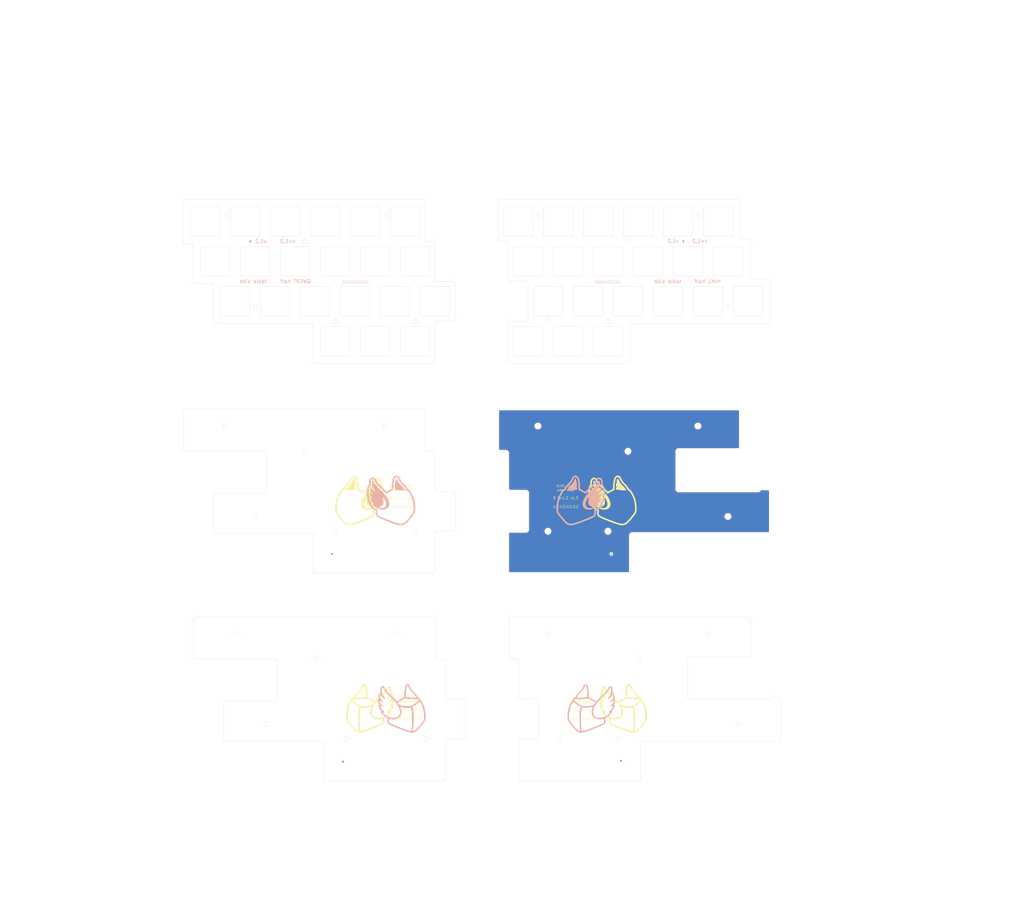
<source format=kicad_pcb>
(kicad_pcb (version 20171130) (host pcbnew "(5.1.4)-1")
  (layers (0 F.Cu signal) (31 B.Cu signal) (34 B.Paste user) (35 F.Paste user) (36 B.SilkS user) (37 F.SilkS user) (38 B.Mask user) (39 F.Mask user) (44 Edge.Cuts user))
  (net 0 "")
  (module keebee:logo_mercury_white_pcb (layer B.Cu) (at 104.12 242.56 180)
    (fp_text reference G*** hide)
    (fp_text value LOGO hide)
  )
  (module keebee:logo_mercury_white_pcb_2 (layer F.Cu) (at 194.53 242.56)
    (fp_text reference G*** hide)
    (fp_text value LOGO hide)
  )
  (module keebee:logo_mercury_white_pcb (layer F.Cu) (at 89.12 242.56)
    (fp_text reference G*** hide)
    (fp_text value LOGO hide)
  )
  (module keebee:logo_mercury (layer B.Cu) (at 99.04 143.5 180)
    (fp_text reference G*** hide)
    (fp_text value LOGO hide)
  )
  (module keebee:logo_mercury_white_pcb (layer B.Cu) (at 104.12 242.56 180)
    (fp_text reference G*** hide)
    (fp_text value LOGO hide)
  )
  (module keebee:logo_mercury (layer F.Cu) (at 84.04 143.5)
    (fp_text reference G*** hide)
    (fp_text value LOGO hide)
  )
  (module keebee:logo_mercury_white_pcb_2 (layer B.Cu) (at 209.53 242.56 180)
    (fp_text reference G*** hide)
    (fp_text value LOGO hide)
  )
  (module keebee:logo_mercury_2 (layer B.Cu) (at 204.45 143.5 180)
    (fp_text reference G*** hide)
    (fp_text value LOGO hide)
  )
  (module keebee:logo_mercury_2 (layer F.Cu) (at 189.45 143.5)
    (fp_text reference G*** hide)
    (fp_text value LOGO hide)
  )
  (gr_text JLCJLCJLCJLC (at 81.9625 39.325) (layer B.SilkS) (effects (font (size 1.2 1.2)) (justify mirror)))
  (gr_text JLCJLCJLCJLC (at 202.3875 39.325) (layer B.SilkS) (effects (font (size 1.2 1.2)) (justify mirror)))
  (gr_text JLCJLCJLCJLC (at 182.2625 146.425) (layer F.SilkS) (effects (font (size 1.2 1.2))))
  (gr_text JLCJLCJLCJLC (at 104.5375 146.425) (layer F.SilkS) (effects (font (size 1.2 1.2))))
  (gr_arc (start 37.5085 42.263843) (end 37.788819 41.622422) (angle -137.2133097) (layer Edge.Cuts) (width 0.1))
  (gr_arc (start 40.700657 35.931) (end 40.420338 36.572421) (angle -137.2133097) (layer Edge.Cuts) (width 0.1))
  (gr_text "QWERT half\nuser side\n\nD t=1.2 v1.2" (at 104.5375 139.425) (layer F.SilkS) (effects (font (size 1.2 1.2))))
  (gr_text "t=1.2     v1.2" (at 240.1865 19.9615) (layer B.SilkS) (effects (font (size 1.7 1.7) (thickness 0.25)) (justify mirror)))
  (gr_text "QWERT half\nuser side\n\nL t=1.2 v1.2" (at 107.6375 240.225) (layer F.SilkS) (effects (font (size 1.2 1.2))))
  (gr_text "HJKL half\nuser side\n\nL t=1.2 v1.2" (at 189.8625 240.525) (layer F.SilkS) (effects (font (size 1.2 1.2))))
  (gr_text "t=1.2     v1.2" (at 43.8625 20.025) (layer B.SilkS) (effects (font (size 1.7 1.7) (thickness 0.25)) (justify mirror)))
  (gr_text "QWERT half     table side" (at 43.8625 39.075) (layer B.SilkS) (effects (font (size 1.7 1.7) (thickness 0.25)) (justify mirror)))
  (gr_text JLCJLCJLCJLC (at 189.8625 247.525) (layer F.SilkS) (effects (font (size 1.2 1.2))))
  (gr_text "HJKL half     table side" (at 240.25 39.075) (layer B.SilkS) (effects (font (size 1.7 1.7) (thickness 0.25)) (justify mirror)))
  (gr_text JLCJLCJLCJLC (at 107.6375 247.225) (layer F.SilkS) (effects (font (size 1.2 1.2))))
  (gr_line (start 27.342078 23.494162) (end 27.342078 35.650681) (layer Edge.Cuts) (width 0.1))
  (gr_line (start 49.945338 41.622422) (end 37.788819 41.622422) (layer Edge.Cuts) (width 0.1))
  (gr_line (start 116.254579 20.197421) (end 119.017079 20.197422) (layer Edge.Cuts) (width 0.1))
  (gr_line (start 4.767079 39.097422) (end 4.76708 22.047422) (layer Edge.Cuts) (width 0.1))
  (gr_line (start 17.817078 42.544162) (end 17.817079 54.700681) (layer Edge.Cuts) (width 0.1))
  (gr_arc (start 3.76708 22.047422) (end 4.76708 22.047422) (angle -90) (layer Edge.Cuts) (width 0.1))
  (gr_line (start 120.017079 21.197422) (end 120.017079 38.247422) (layer Edge.Cuts) (width 0.1))
  (gr_line (start 115.254579 0.997422) (end 115.254579 19.197422) (layer Edge.Cuts) (width 0.1))
  (gr_line (start 61.917079 77.197422) (end 61.917079 60.147422) (layer Edge.Cuts) (width 0.1))
  (gr_line (start 13.292079 40.097422) (end 5.767079 40.097422) (layer Edge.Cuts) (width 0.1))
  (gr_line (start 23.501319 17.522422) (end 35.657838 17.522422) (layer Edge.Cuts) (width 0.1))
  (gr_arc (start 37.5085 54.981) (end 36.867079 54.700681) (angle -137.2133097) (layer Edge.Cuts) (width 0.1))
  (gr_arc (start 1.004579 0.997422) (end 1.004579 -0.002578) (angle -90) (layer Edge.Cuts) (width 0.1))
  (gr_arc (start 1.00458 20.047421) (end 0.004579 20.047422) (angle -90) (layer Edge.Cuts) (width 0.1))
  (gr_arc (start 15.292079 58.147422) (end 14.292078 58.147422) (angle -90) (layer Edge.Cuts) (width 0.1))
  (gr_line (start 40.420338 22.572421) (end 28.263819 22.572421) (layer Edge.Cuts) (width 0.1))
  (gr_arc (start 114.254579 0.997423) (end 115.254579 0.997422) (angle -90) (layer Edge.Cuts) (width 0.1))
  (gr_line (start 3.76708 21.047422) (end 1.00458 21.047422) (layer Edge.Cuts) (width 0.1))
  (gr_line (start 1.004579 -0.002578) (end 114.254579 -0.002577) (layer Edge.Cuts) (width 0.1))
  (gr_arc (start 5.76708 39.097422) (end 4.767079 39.097422) (angle -90) (layer Edge.Cuts) (width 0.1))
  (gr_line (start 36.867079 42.544162) (end 36.867079 54.700681) (layer Edge.Cuts) (width 0.1))
  (gr_arc (start 160.815999 276.288499) (end 159.815999 276.288499) (angle -90) (layer Edge.Cuts) (width 0.1))
  (gr_line (start 35.657838 3.522422) (end 23.501319 3.522422) (layer Edge.Cuts) (width 0.1))
  (gr_line (start 214.43174 23.491741) (end 214.43174 35.64826) (layer Edge.Cuts) (width 0.1))
  (gr_arc (start 151.044241 0.995001) (end 151.044241 -0.004999) (angle -90) (layer Edge.Cuts) (width 0.1))
  (gr_circle (center 202.381741 58.145001) (end 201.281741 58.145001) (layer Edge.Cuts) (width 0.1))
  (gr_line (start 223.669241 16.59826) (end 223.669241 4.441742) (layer Edge.Cuts) (width 0.1))
  (gr_arc (start 253.173162 35.928579) (end 252.53174 35.64826) (angle -137.2133097) (layer Edge.Cuts) (width 0.1))
  (gr_line (start 237.956741 54.69826) (end 237.956741 42.541741) (layer Edge.Cuts) (width 0.1))
  (gr_line (start 237.035 41.620001) (end 224.878481 41.620001) (layer Edge.Cuts) (width 0.1))
  (gr_line (start 248.690981 17.520001) (end 260.8475 17.520001) (layer Edge.Cuts) (width 0.1))
  (gr_line (start 253.453481 36.57) (end 265.61 36.57) (layer Edge.Cuts) (width 0.1))
  (gr_line (start 247.769241 4.441742) (end 247.769241 16.59826) (layer Edge.Cuts) (width 0.1))
  (gr_arc (start 213.906741 60.145001) (end 213.906741 59.145001) (angle -90) (layer Edge.Cuts) (width 0.1))
  (gr_arc (start 253.173162 23.211422) (end 253.453481 22.57) (angle -137.2133097) (layer Edge.Cuts) (width 0.1))
  (gr_line (start 215.353481 36.57) (end 227.51 36.57) (layer Edge.Cuts) (width 0.1))
  (gr_arc (start 155.806741 59.295) (end 155.806741 58.295001) (angle -90) (layer Edge.Cuts) (width 0.1))
  (gr_line (start 265.294241 0.995001) (end 265.294241 18.045001) (layer Edge.Cuts) (width 0.1))
  (gr_line (start 211.906741 78.195001) (end 155.80674 78.195001) (layer Edge.Cuts) (width 0.1))
  (gr_arc (start 227.790319 23.211422) (end 228.43174 23.491741) (angle -137.2133097) (layer Edge.Cuts) (width 0.1))
  (gr_arc (start 223.027819 4.161423) (end 223.669241 4.441742) (angle -137.2133097) (layer Edge.Cuts) (width 0.1))
  (gr_line (start 262.978481 55.620001) (end 275.135 55.620001) (layer Edge.Cuts) (width 0.1))
  (gr_arc (start 262.698162 42.261422) (end 262.978481 41.620001) (angle -137.2133097) (layer Edge.Cuts) (width 0.1))
  (gr_arc (start 265.890319 23.211422) (end 266.53174 23.491741) (angle -137.2133097) (layer Edge.Cuts) (width 0.1))
  (gr_line (start 164.331741 57.295001) (end 164.331741 39.945001) (layer Edge.Cuts) (width 0.1))
  (gr_line (start 209.669241 4.441742) (end 209.669241 16.59826) (layer Edge.Cuts) (width 0.1))
  (gr_arc (start 278.581741 58.145001) (end 278.581741 59.145001) (angle -90) (layer Edge.Cuts) (width 0.1))
  (gr_line (start 154.80674 77.195001) (end 154.806741 59.295001) (layer Edge.Cuts) (width 0.1))
  (gr_line (start 266.294241 19.045001) (end 269.056741 19.045001) (layer Edge.Cuts) (width 0.1))
  (gr_circle (center 173.806741 58.145001) (end 172.706741 58.145001) (layer Edge.Cuts) (width 0.1))
  (gr_arc (start 275.415319 54.978579) (end 275.135 55.620001) (angle -137.2133097) (layer Edge.Cuts) (width 0.1))
  (gr_arc (start 155.80674 77.195001) (end 154.80674 77.195001) (angle -90) (layer Edge.Cuts) (width 0.1))
  (gr_line (start 227.51 22.57) (end 215.353481 22.57) (layer Edge.Cuts) (width 0.1))
  (gr_arc (start 163.331741 39.945001) (end 164.331741 39.945001) (angle -90) (layer Edge.Cuts) (width 0.1))
  (gr_line (start 222.7475 3.520001) (end 210.590981 3.520001) (layer Edge.Cuts) (width 0.1))
  (gr_line (start 275.135 41.620001) (end 262.978481 41.620001) (layer Edge.Cuts) (width 0.1))
  (gr_line (start 153.806741 19.895001) (end 151.044241 19.895) (layer Edge.Cuts) (width 0.1))
  (gr_arc (start 246.840319 23.211422) (end 247.48174 23.491741) (angle -137.2133097) (layer Edge.Cuts) (width 0.1))
  (gr_arc (start 271.056741 37.095001) (end 270.056741 37.095001) (angle -90) (layer Edge.Cuts) (width 0.1))
  (gr_line (start 271.056741 38.095001) (end 278.581741 38.095001) (layer Edge.Cuts) (width 0.1))
  (gr_line (start 205.828481 55.620001) (end 217.985 55.620001) (layer Edge.Cuts) (width 0.1))
  (gr_arc (start 237.315319 54.978579) (end 237.035 55.620001) (angle -137.2133097) (layer Edge.Cuts) (width 0.1))
  (gr_line (start 270.056741 20.045001) (end 270.056741 37.095001) (layer Edge.Cuts) (width 0.1))
  (gr_line (start 243.006741 42.541741) (end 243.006741 54.69826) (layer Edge.Cuts) (width 0.1))
  (gr_line (start 150.044241 18.895001) (end 150.044241 0.995001) (layer Edge.Cuts) (width 0.1))
  (gr_arc (start 155.806741 37.945) (end 154.806741 37.945001) (angle -90) (layer Edge.Cuts) (width 0.1))
  (gr_arc (start 275.415319 42.261422) (end 276.056741 42.541741) (angle -137.2133097) (layer Edge.Cuts) (width 0.1))
  (gr_line (start 163.331741 38.945001) (end 155.806741 38.945) (layer Edge.Cuts) (width 0.1))
  (gr_arc (start 227.790319 35.928579) (end 227.51 36.57) (angle -137.2133097) (layer Edge.Cuts) (width 0.1))
  (gr_line (start 265.61 22.57) (end 253.453481 22.57) (layer Edge.Cuts) (width 0.1))
  (gr_arc (start 265.890319 35.928579) (end 265.61 36.57) (angle -137.2133097) (layer Edge.Cuts) (width 0.1))
  (gr_arc (start 261.127819 4.161423) (end 261.769241 4.441742) (angle -137.2133097) (layer Edge.Cuts) (width 0.1))
  (gr_arc (start 218.265319 42.261422) (end 218.906741 42.541741) (angle -137.2133097) (layer Edge.Cuts) (width 0.1))
  (gr_arc (start 237.315319 42.261422) (end 237.956741 42.541741) (angle -137.2133097) (layer Edge.Cuts) (width 0.1))
  (gr_line (start 252.53174 23.491741) (end 252.53174 35.64826) (layer Edge.Cuts) (width 0.1))
  (gr_line (start 151.044241 -0.004999) (end 264.294241 -0.004998) (layer Edge.Cuts) (width 0.1))
  (gr_arc (start 264.294241 0.995001) (end 265.294241 0.995001) (angle -90) (layer Edge.Cuts) (width 0.1))
  (gr_line (start 212.906741 60.145001) (end 212.906741 77.195001) (layer Edge.Cuts) (width 0.1))
  (gr_arc (start 278.581741 39.095001) (end 279.581741 39.095001) (angle -90) (layer Edge.Cuts) (width 0.1))
  (gr_line (start 247.48174 35.64826) (end 247.48174 23.491741) (layer Edge.Cuts) (width 0.1))
  (gr_arc (start 269.056741 20.045001) (end 270.056741 20.045001) (angle -90) (layer Edge.Cuts) (width 0.1))
  (gr_arc (start 262.698162 54.978579) (end 262.056741 54.69826) (angle -137.2133097) (layer Edge.Cuts) (width 0.1))
  (gr_arc (start 215.073162 35.928579) (end 214.43174 35.64826) (angle -137.2133097) (layer Edge.Cuts) (width 0.1))
  (gr_line (start 276.056741 54.69826) (end 276.056741 42.541741) (layer Edge.Cuts) (width 0.1))
  (gr_arc (start 151.044241 18.895) (end 150.044241 18.895001) (angle -90) (layer Edge.Cuts) (width 0.1))
  (gr_line (start 278.581741 59.145001) (end 213.906741 59.145001) (layer Edge.Cuts) (width 0.1))
  (gr_arc (start 243.648162 54.978579) (end 243.006741 54.69826) (angle -137.2133097) (layer Edge.Cuts) (width 0.1))
  (gr_arc (start 211.906741 77.195001) (end 211.906741 78.195001) (angle -90) (layer Edge.Cuts) (width 0.1))
  (gr_arc (start 153.806741 20.895001) (end 154.806741 20.895001) (angle -90) (layer Edge.Cuts) (width 0.1))
  (gr_arc (start 163.331741 57.295001) (end 163.331741 58.295001) (angle -90) (layer Edge.Cuts) (width 0.1))
  (gr_arc (start 218.265319 54.978579) (end 217.985 55.620001) (angle -137.2133097) (layer Edge.Cuts) (width 0.1))
  (gr_line (start 154.806741 37.945001) (end 154.806741 20.895001) (layer Edge.Cuts) (width 0.1))
  (gr_circle (center 211.906741 20.045001) (end 210.806741 20.045001) (layer Edge.Cuts) (width 0.1))
  (gr_line (start 279.581741 39.095001) (end 279.581741 58.145001) (layer Edge.Cuts) (width 0.1))
  (gr_arc (start 266.294241 18.045) (end 265.294241 18.045001) (angle -90) (layer Edge.Cuts) (width 0.1))
  (gr_circle (center 245.244241 8.020001) (end 244.144241 8.020001) (layer Edge.Cuts) (width 0.1))
  (gr_line (start 155.806741 58.295001) (end 163.331741 58.295001) (layer Edge.Cuts) (width 0.1))
  (gr_circle (center 169.044241 8.020001) (end 167.944241 8.020001) (layer Edge.Cuts) (width 0.1))
  (gr_arc (start 35.938157 4.163844) (end 36.579579 4.444163) (angle -137.2133097) (layer Edge.Cuts) (width 0.1))
  (gr_line (start 41.342078 35.650681) (end 41.342078 23.494162) (layer Edge.Cuts) (width 0.1))
  (gr_arc (start 66.0835 61.313843) (end 66.363819 60.672422) (angle -137.2133097) (layer Edge.Cuts) (width 0.1))
  (gr_arc (start 35.938157 16.881) (end 35.657838 17.522422) (angle -137.2133097) (layer Edge.Cuts) (width 0.1))
  (gr_arc (start 31.175657 54.981) (end 30.895338 55.622422) (angle -137.2133097) (layer Edge.Cuts) (width 0.1))
  (gr_line (start 30.895338 41.622422) (end 18.738819 41.622422) (layer Edge.Cuts) (width 0.1))
  (gr_arc (start 4.171001 16.881) (end 3.529579 16.600681) (angle -137.2133097) (layer Edge.Cuts) (width 0.1))
  (gr_arc (start 40.700657 23.213843) (end 41.342078 23.494162) (angle -137.2133097) (layer Edge.Cuts) (width 0.1))
  (gr_line (start 79.442079 73.750681) (end 79.442079 61.594162) (layer Edge.Cuts) (width 0.1))
  (gr_arc (start 21.650657 35.931) (end 21.370338 36.572422) (angle -137.2133097) (layer Edge.Cuts) (width 0.1))
  (gr_arc (start 97.850657 61.313843) (end 98.492079 61.594162) (angle -137.2133097) (layer Edge.Cuts) (width 0.1))
  (gr_line (start 22.292079 35.650681) (end 22.292079 23.494162) (layer Edge.Cuts) (width 0.1))
  (gr_line (start 28.263819 36.572421) (end 40.420338 36.572421) (layer Edge.Cuts) (width 0.1))
  (gr_arc (start 78.800657 61.313843) (end 79.442079 61.594162) (angle -137.2133097) (layer Edge.Cuts) (width 0.1))
  (gr_arc (start 8.933501 23.213843) (end 9.21382 22.572422) (angle -137.2133097) (layer Edge.Cuts) (width 0.1))
  (gr_line (start 4.45132 17.522422) (end 16.607838 17.522422) (layer Edge.Cuts) (width 0.1))
  (gr_arc (start 50.225657 42.263843) (end 50.867079 42.544162) (angle -137.2133097) (layer Edge.Cuts) (width 0.1))
  (gr_line (start 8.292079 23.494162) (end 8.292079 35.650681) (layer Edge.Cuts) (width 0.1))
  (gr_line (start 36.579579 16.600681) (end 36.579579 4.444163) (layer Edge.Cuts) (width 0.1))
  (gr_line (start 17.529579 16.600681) (end 17.529579 4.444163) (layer Edge.Cuts) (width 0.1))
  (gr_arc (start 18.4585 42.263843) (end 18.738819 41.622422) (angle -137.2133097) (layer Edge.Cuts) (width 0.1))
  (gr_arc (start 97.850657 74.031) (end 97.570338 74.672422) (angle -137.2133097) (layer Edge.Cuts) (width 0.1))
  (gr_arc (start 85.1335 74.031) (end 84.492079 73.750681) (angle -137.2133097) (layer Edge.Cuts) (width 0.1))
  (gr_line (start 78.520338 60.672421) (end 66.363819 60.672422) (layer Edge.Cuts) (width 0.1))
  (gr_line (start 59.470338 22.572421) (end 47.313819 22.572421) (layer Edge.Cuts) (width 0.1))
  (gr_line (start 66.363819 74.672421) (end 78.520338 74.672421) (layer Edge.Cuts) (width 0.1))
  (gr_arc (start 74.038157 4.163844) (end 74.679579 4.444163) (angle -137.2133097) (layer Edge.Cuts) (width 0.1))
  (gr_line (start 47.313819 36.572421) (end 59.470338 36.572421) (layer Edge.Cuts) (width 0.1))
  (gr_line (start 31.817079 54.700681) (end 31.817079 42.544162) (layer Edge.Cuts) (width 0.1))
  (gr_arc (start 8.933501 35.931) (end 8.292079 35.650681) (angle -137.2133097) (layer Edge.Cuts) (width 0.1))
  (gr_line (start 60.392078 35.650681) (end 60.392078 23.494162) (layer Edge.Cuts) (width 0.1))
  (gr_arc (start 69.275657 42.263843) (end 69.917079 42.544162) (angle -137.2133097) (layer Edge.Cuts) (width 0.1))
  (gr_line (start 46.392078 23.494162) (end 46.392078 35.650681) (layer Edge.Cuts) (width 0.1))
  (gr_arc (start 23.221 4.163844) (end 23.501319 3.522422) (angle -137.2133097) (layer Edge.Cuts) (width 0.1))
  (gr_arc (start 27.9835 23.213843) (end 28.263819 22.572421) (angle -137.2133097) (layer Edge.Cuts) (width 0.1))
  (gr_line (start 42.551319 17.522422) (end 54.707838 17.522422) (layer Edge.Cuts) (width 0.1))
  (gr_arc (start 31.175657 42.263843) (end 31.817079 42.544162) (angle -137.2133097) (layer Edge.Cuts) (width 0.1))
  (gr_line (start 18.738819 55.622422) (end 30.895338 55.622422) (layer Edge.Cuts) (width 0.1))
  (gr_arc (start 18.4585 54.981) (end 17.817079 54.700681) (angle -137.2133097) (layer Edge.Cuts) (width 0.1))
  (gr_arc (start 54.988157 16.881) (end 54.707838 17.522422) (angle -137.2133097) (layer Edge.Cuts) (width 0.1))
  (gr_arc (start 54.988157 4.163844) (end 55.629578 4.444163) (angle -137.2133097) (layer Edge.Cuts) (width 0.1))
  (gr_line (start 54.707838 3.522422) (end 42.551319 3.522422) (layer Edge.Cuts) (width 0.1))
  (gr_line (start 85.413819 74.672422) (end 97.570338 74.672422) (layer Edge.Cuts) (width 0.1))
  (gr_arc (start 104.1835 74.031) (end 103.542079 73.750681) (angle -137.2133097) (layer Edge.Cuts) (width 0.1))
  (gr_arc (start 116.900657 74.031) (end 116.620338 74.672422) (angle -137.2133097) (layer Edge.Cuts) (width 0.1))
  (gr_line (start 9.21382 36.572422) (end 21.370338 36.572422) (layer Edge.Cuts) (width 0.1))
  (gr_line (start 66.042501 258.191) (end 20.4175 258.191) (layer Edge.Cuts) (width 0.1))
  (gr_line (start 14.292078 58.147422) (end 14.292079 41.097422) (layer Edge.Cuts) (width 0.1))
  (gr_line (start 0.004579 20.047422) (end 0.004579 0.997422) (layer Edge.Cuts) (width 0.1))
  (gr_arc (start 121.017079 58.997422) (end 121.017079 57.997422) (angle -90) (layer Edge.Cuts) (width 0.1))
  (gr_line (start 119.017078 78.197422) (end 62.917079 78.197422) (layer Edge.Cuts) (width 0.1))
  (gr_line (start 280.56055 237.188499) (end 283.591 237.188499) (layer Edge.Cuts) (width 0.1))
  (gr_arc (start 133.667501 239.291) (end 134.667501 239.291) (angle -90) (layer Edge.Cuts) (width 0.1))
  (gr_line (start 270.3035 200.088499) (end 270.3035 217.138499) (layer Edge.Cuts) (width 0.1))
  (gr_line (start 128.542078 57.997422) (end 121.017079 57.997422) (layer Edge.Cuts) (width 0.1))
  (gr_line (start 129.542079 40.247422) (end 129.542078 56.997422) (layer Edge.Cuts) (width 0.1))
  (gr_line (start 159.815999 276.288499) (end 159.816 258.388499) (layer Edge.Cuts) (width 0.1))
  (gr_arc (start 119.017078 77.197422) (end 119.017078 78.197422) (angle -90) (layer Edge.Cuts) (width 0.1))
  (gr_arc (start 13.292079 41.097422) (end 14.292079 41.097422) (angle -90) (layer Edge.Cuts) (width 0.1))
  (gr_circle (center 207.391 257.238499) (end 206.291 257.238499) (layer Edge.Cuts) (width 0.1))
  (gr_arc (start 280.56055 238.188498) (end 280.56055 237.188499) (angle -60) (layer Edge.Cuts) (width 0.1))
  (gr_line (start 60.917079 59.147422) (end 15.292079 59.147422) (layer Edge.Cuts) (width 0.1))
  (gr_arc (start 216.916 276.288499) (end 216.916 277.288499) (angle -90) (layer Edge.Cuts) (width 0.1))
  (gr_line (start 217.916 259.238499) (end 217.916 276.288499) (layer Edge.Cuts) (width 0.1))
  (gr_line (start 121.017079 39.247422) (end 128.542078 39.247421) (layer Edge.Cuts) (width 0.1))
  (gr_arc (start 128.542078 56.997422) (end 128.542078 57.997422) (angle -90) (layer Edge.Cuts) (width 0.1))
  (gr_arc (start 119.017079 21.197422) (end 120.017079 21.197422) (angle -90) (layer Edge.Cuts) (width 0.1))
  (gr_arc (start 128.542079 40.247422) (end 129.542079 40.247422) (angle -90) (layer Edge.Cuts) (width 0.1))
  (gr_arc (start 121.017079 38.247422) (end 120.017079 38.247422) (angle -90) (layer Edge.Cuts) (width 0.1))
  (gr_arc (start 119.380001 200.041001) (end 120.380001 200.041) (angle -90) (layer Edge.Cuts) (width 0.1))
  (gr_line (start 284.591 238.188499) (end 284.591 257.238499) (layer Edge.Cuts) (width 0.1))
  (gr_arc (start 6.130001 200.041) (end 6.130001 199.041) (angle -90) (layer Edge.Cuts) (width 0.1))
  (gr_line (start 168.341 238.038499) (end 160.816 238.038499) (layer Edge.Cuts) (width 0.1))
  (gr_arc (start 283.591 257.238499) (end 283.591 258.238499) (angle -90) (layer Edge.Cuts) (width 0.1))
  (gr_arc (start 124.142501 220.240999) (end 125.142501 220.241) (angle -90) (layer Edge.Cuts) (width 0.1))
  (gr_line (start 283.591 258.238499) (end 218.916 258.238499) (layer Edge.Cuts) (width 0.1))
  (gr_line (start 158.816 218.988499) (end 156.0535 218.988499) (layer Edge.Cuts) (width 0.1))
  (gr_line (start 216.916 277.288499) (end 160.815999 277.288499) (layer Edge.Cuts) (width 0.1))
  (gr_line (start 155.0535 217.988499) (end 155.0535 200.088499) (layer Edge.Cuts) (width 0.1))
  (gr_arc (start 269.3035 217.138498) (end 269.3035 218.138499) (angle -90) (layer Edge.Cuts) (width 0.1))
  (gr_arc (start 124.1425 276.241) (end 124.1425 277.241) (angle -90) (layer Edge.Cuts) (width 0.1))
  (gr_arc (start 66.042501 259.191) (end 67.042501 259.191) (angle -90) (layer Edge.Cuts) (width 0.1))
  (gr_line (start 44.892501 238.141) (end 44.892501 220.091) (layer Edge.Cuts) (width 0.1))
  (gr_line (start 160.816 257.388499) (end 168.341 257.388499) (layer Edge.Cuts) (width 0.1))
  (gr_arc (start 283.591 238.188499) (end 284.591 238.188499) (angle -90) (layer Edge.Cuts) (width 0.1))
  (gr_circle (center 250.2535 207.113499) (end 249.1535 207.113499) (layer Edge.Cuts) (width 0.1))
  (gr_arc (start 168.341 239.038499) (end 169.341 239.038499) (angle -90) (layer Edge.Cuts) (width 0.1))
  (gr_circle (center 115.667501 257.191) (end 114.567501 257.191) (layer Edge.Cuts) (width 0.1))
  (gr_arc (start 160.816 258.388498) (end 160.816 257.388499) (angle -90) (layer Edge.Cuts) (width 0.1))
  (gr_arc (start 43.892501 238.141) (end 43.8925 239.141) (angle -90) (layer Edge.Cuts) (width 0.1))
  (gr_arc (start 20.4175 257.191) (end 19.4175 257.191) (angle -90) (layer Edge.Cuts) (width 0.1))
  (gr_arc (start 218.916 259.238499) (end 218.916 258.238499) (angle -90) (layer Edge.Cuts) (width 0.1))
  (gr_arc (start 241.066 237.188499) (end 240.066 237.188499) (angle -90) (layer Edge.Cuts) (width 0.1))
  (gr_arc (start 241.066 219.138499) (end 241.066 218.138499) (angle -90) (layer Edge.Cuts) (width 0.1))
  (gr_line (start 67.042501 276.241) (end 67.042501 259.191) (layer Edge.Cuts) (width 0.1))
  (gr_arc (start 269.3035 200.0885) (end 270.3035 200.088499) (angle -90) (layer Edge.Cuts) (width 0.1))
  (gr_arc (start 160.816 237.038499) (end 159.816 237.038499) (angle -90) (layer Edge.Cuts) (width 0.1))
  (gr_circle (center 101.380001 207.066) (end 100.280001 207.066) (layer Edge.Cuts) (width 0.1))
  (gr_line (start 134.667501 239.291) (end 134.667501 256.041) (layer Edge.Cuts) (width 0.1))
  (gr_arc (start 168.341 256.388499) (end 168.341 257.388499) (angle -90) (layer Edge.Cuts) (width 0.1))
  (gr_line (start 20.4175 239.141) (end 43.8925 239.141) (layer Edge.Cuts) (width 0.1))
  (gr_line (start 159.816 237.038499) (end 159.816 219.988499) (layer Edge.Cuts) (width 0.1))
  (gr_arc (start 156.0535 217.988499) (end 155.0535 217.988499) (angle -90) (layer Edge.Cuts) (width 0.1))
  (gr_line (start 169.341 256.388499) (end 169.341 239.038499) (layer Edge.Cuts) (width 0.1))
  (gr_circle (center 264.541 250.213499) (end 263.441 250.213499) (layer Edge.Cuts) (width 0.1))
  (gr_arc (start 278.8285 237.188499) (end 278.8285 238.188499) (angle -60) (layer Edge.Cuts) (width 0.1))
  (gr_line (start 121.380001 219.241) (end 124.142501 219.240999) (layer Edge.Cuts) (width 0.1))
  (gr_arc (start 126.142501 258.041) (end 126.142501 257.041) (angle -90) (layer Edge.Cuts) (width 0.1))
  (gr_arc (start 126.142501 237.291) (end 125.142501 237.291) (angle -90) (layer Edge.Cuts) (width 0.1))
  (gr_line (start 126.142501 238.291) (end 133.667501 238.290999) (layer Edge.Cuts) (width 0.1))
  (gr_arc (start 121.380001 218.241) (end 120.380001 218.241) (angle -90) (layer Edge.Cuts) (width 0.1))
  (gr_arc (start 43.892501 220.091) (end 44.892501 220.091) (angle -90) (layer Edge.Cuts) (width 0.1))
  (gr_arc (start 156.0535 200.088499) (end 156.0535 199.088499) (angle -90) (layer Edge.Cuts) (width 0.1))
  (gr_line (start 61.962501 177.181) (end 61.962501 160.131) (layer Edge.Cuts) (width 0.1))
  (gr_line (start 269.3035 218.138499) (end 241.066 218.138499) (layer Edge.Cuts) (width 0.1))
  (gr_line (start 1.050001 99.981) (end 114.300001 99.981) (layer Edge.Cuts) (width 0.1))
  (gr_circle (center 34.387501 151.106) (end 33.287501 151.106) (layer Edge.Cuts) (width 0.1))
  (gr_line (start 120.062501 158.981) (end 120.0625 177.181) (layer Edge.Cuts) (width 0.1))
  (gr_arc (start 158.816 219.988499) (end 159.816 219.988499) (angle -90) (layer Edge.Cuts) (width 0.1))
  (gr_circle (center 25.180001 207.066) (end 24.080001 207.066) (layer Edge.Cuts) (width 0.1))
  (gr_circle (center 96.300001 108.006) (end 95.200001 108.006) (layer Edge.Cuts) (width 0.1))
  (gr_line (start 125.142501 220.241) (end 125.142501 237.291) (layer Edge.Cuts) (width 0.1))
  (gr_line (start 116.300001 120.181) (end 119.062501 120.180999) (layer Edge.Cuts) (width 0.1))
  (gr_circle (center 216.916 219.138499) (end 215.816 219.138499) (layer Edge.Cuts) (width 0.1))
  (gr_line (start 133.667501 257.041) (end 126.142501 257.041) (layer Edge.Cuts) (width 0.1))
  (gr_line (start 5.130001 218.091) (end 5.130001 200.041) (layer Edge.Cuts) (width 0.1))
  (gr_arc (start 6.130001 218.090999) (end 5.130001 218.091) (angle -90) (layer Edge.Cuts) (width 0.1))
  (gr_arc (start 128.587501 140.231) (end 129.587501 140.231) (angle -90) (layer Edge.Cuts) (width 0.1))
  (gr_arc (start 121.062501 138.231) (end 120.062501 138.231) (angle -90) (layer Edge.Cuts) (width 0.1))
  (gr_circle (center 178.816 257.238499) (end 177.716 257.238499) (layer Edge.Cuts) (width 0.1))
  (gr_line (start 120.062501 121.181) (end 120.062501 138.231) (layer Edge.Cuts) (width 0.1))
  (gr_circle (center 174.0535 207.113499) (end 172.9535 207.113499) (layer Edge.Cuts) (width 0.1))
  (gr_line (start 60.962501 159.131) (end 15.3375 159.131) (layer Edge.Cuts) (width 0.1))
  (gr_line (start 6.130001 199.041) (end 119.380001 199.041) (layer Edge.Cuts) (width 0.1))
  (gr_line (start 156.0535 199.088499) (end 269.3035 199.088499) (layer Edge.Cuts) (width 0.1))
  (gr_line (start 129.587501 140.231) (end 129.587501 156.981) (layer Edge.Cuts) (width 0.1))
  (gr_line (start 19.4175 257.191) (end 19.4175 240.141) (layer Edge.Cuts) (width 0.1))
  (gr_line (start 120.380001 200.041) (end 120.380001 218.241) (layer Edge.Cuts) (width 0.1))
  (gr_line (start 113.067079 42.544162) (end 113.067079 54.700681) (layer Edge.Cuts) (width 0.1))
  (gr_arc (start 94.6585 54.981) (end 94.017079 54.700681) (angle -137.2133097) (layer Edge.Cuts) (width 0.1))
  (gr_arc (start 107.375657 42.263843) (end 108.017079 42.544162) (angle -137.2133097) (layer Edge.Cuts) (width 0.1))
  (gr_line (start 116.620338 22.572421) (end 104.463819 22.572421) (layer Edge.Cuts) (width 0.1))
  (gr_arc (start 121.062501 158.981) (end 121.062501 157.981) (angle -90) (layer Edge.Cuts) (width 0.1))
  (gr_circle (center 72.442079 58.147422) (end 71.342079 58.147422) (layer Edge.Cuts) (width 0.1))
  (gr_line (start 98.779579 4.444163) (end 98.779579 16.600681) (layer Edge.Cuts) (width 0.1))
  (gr_arc (start 116.300001 119.181) (end 115.300001 119.181) (angle -90) (layer Edge.Cuts) (width 0.1))
  (gr_line (start 39.812501 139.081) (end 39.812501 121.031) (layer Edge.Cuts) (width 0.1))
  (gr_line (start 43.892501 219.091) (end 6.130001 219.091) (layer Edge.Cuts) (width 0.1))
  (gr_line (start 125.142501 258.041) (end 125.1425 276.241) (layer Edge.Cuts) (width 0.1))
  (gr_circle (center 58.200001 120.031) (end 57.100001 120.031) (layer Edge.Cuts) (width 0.1))
  (gr_circle (center 110.542079 58.147422) (end 109.442079 58.147422) (layer Edge.Cuts) (width 0.1))
  (gr_arc (start 15.3375 158.131) (end 14.3375 158.131) (angle -90) (layer Edge.Cuts) (width 0.1))
  (gr_line (start 99.701319 17.522422) (end 111.857838 17.522421) (layer Edge.Cuts) (width 0.1))
  (gr_arc (start 113.7085 54.981) (end 113.067079 54.700681) (angle -137.2133097) (layer Edge.Cuts) (width 0.1))
  (gr_line (start 241.066 238.188499) (end 278.8285 238.188499) (layer Edge.Cuts) (width 0.1))
  (gr_arc (start 20.417501 240.141) (end 20.4175 239.141) (angle -90) (layer Edge.Cuts) (width 0.1))
  (gr_arc (start 114.300001 100.981001) (end 115.300001 100.981) (angle -90) (layer Edge.Cuts) (width 0.1))
  (gr_line (start 121.062501 139.231) (end 128.587501 139.230999) (layer Edge.Cuts) (width 0.1))
  (gr_line (start 240.066 219.138499) (end 240.066 237.188499) (layer Edge.Cuts) (width 0.1))
  (gr_line (start 124.1425 277.241) (end 68.0425 277.241) (layer Edge.Cuts) (width 0.1))
  (gr_line (start 115.300001 100.981) (end 115.300001 119.181) (layer Edge.Cuts) (width 0.1))
  (gr_circle (center 77.567501 257.191) (end 76.467501 257.191) (layer Edge.Cuts) (width 0.1))
  (gr_circle (center 39.467501 250.166) (end 38.367501 250.166) (layer Edge.Cuts) (width 0.1))
  (gr_line (start 15.3375 140.081) (end 38.8125 140.081) (layer Edge.Cuts) (width 0.1))
  (gr_line (start 38.812501 120.031) (end 1.050001 120.031) (layer Edge.Cuts) (width 0.1))
  (gr_circle (center 110.587501 158.131) (end 109.487501 158.131) (layer Edge.Cuts) (width 0.1))
  (gr_line (start 119.0625 178.181) (end 62.9625 178.181) (layer Edge.Cuts) (width 0.1))
  (gr_line (start 128.587501 157.981) (end 121.062501 157.981) (layer Edge.Cuts) (width 0.1))
  (gr_arc (start 68.0425 276.241) (end 67.042501 276.241) (angle -90) (layer Edge.Cuts) (width 0.1))
  (gr_line (start 126.145338 41.622422) (end 113.988819 41.622422) (layer Edge.Cuts) (width 0.1))
  (gr_circle (center 20.100001 108.006) (end 19.000001 108.006) (layer Edge.Cuts) (width 0.1))
  (gr_arc (start 116.900657 23.213843) (end 117.542078 23.494162) (angle -137.2133097) (layer Edge.Cuts) (width 0.1))
  (gr_circle (center 72.487501 158.131) (end 71.387501 158.131) (layer Edge.Cuts) (width 0.1))
  (gr_circle (center 20.054579 8.022422) (end 18.954579 8.022422) (layer Edge.Cuts) (width 0.1))
  (gr_line (start 108.017079 54.700681) (end 108.017079 42.544162) (layer Edge.Cuts) (width 0.1))
  (gr_arc (start 126.425657 54.981) (end 126.145338 55.622422) (angle -137.2133097) (layer Edge.Cuts) (width 0.1))
  (gr_arc (start 128.587501 156.981) (end 128.587501 157.981) (angle -90) (layer Edge.Cuts) (width 0.1))
  (gr_arc (start 104.1835 23.213843) (end 104.463819 22.572421) (angle -137.2133097) (layer Edge.Cuts) (width 0.1))
  (gr_arc (start 133.667501 256.041) (end 133.667501 257.041) (angle -90) (layer Edge.Cuts) (width 0.1))
  (gr_circle (center 63.280001 219.091) (end 62.180001 219.091) (layer Edge.Cuts) (width 0.1))
  (gr_arc (start 38.812501 121.031) (end 39.812501 121.031) (angle -90) (layer Edge.Cuts) (width 0.1))
  (gr_line (start 107.095338 41.622422) (end 94.938819 41.622422) (layer Edge.Cuts) (width 0.1))
  (gr_arc (start 75.6085 54.981) (end 74.967079 54.700681) (angle -137.2133097) (layer Edge.Cuts) (width 0.1))
  (gr_circle (center 96.254579 8.022422) (end 95.154579 8.022422) (layer Edge.Cuts) (width 0.1))
  (gr_line (start 14.3375 158.131) (end 14.3375 141.081) (layer Edge.Cuts) (width 0.1))
  (gr_arc (start 104.1835 35.931) (end 103.542078 35.650681) (angle -137.2133097) (layer Edge.Cuts) (width 0.1))
  (gr_arc (start 112.138157 16.881) (end 111.857838 17.522421) (angle -137.2133097) (layer Edge.Cuts) (width 0.1))
  (gr_circle (center 58.154579 20.047422) (end 57.054579 20.047422) (layer Edge.Cuts) (width 0.1))
  (gr_arc (start 93.088157 16.881) (end 92.807838 17.522421) (angle -137.2133097) (layer Edge.Cuts) (width 0.1))
  (gr_line (start 88.967079 54.700681) (end 88.967079 42.544162) (layer Edge.Cuts) (width 0.1))
  (gr_arc (start 88.325657 42.263843) (end 88.967079 42.544162) (angle -137.2133097) (layer Edge.Cuts) (width 0.1))
  (gr_line (start 103.542078 23.494162) (end 103.542078 35.650681) (layer Edge.Cuts) (width 0.1))
  (gr_line (start 112.779579 16.600681) (end 112.779579 4.444163) (layer Edge.Cuts) (width 0.1))
  (gr_arc (start 112.138157 4.163844) (end 112.779579 4.444163) (angle -137.2133097) (layer Edge.Cuts) (width 0.1))
  (gr_line (start 113.988819 55.622422) (end 126.145338 55.622422) (layer Edge.Cuts) (width 0.1))
  (gr_arc (start 80.371 16.881) (end 79.729579 16.600681) (angle -137.2133097) (layer Edge.Cuts) (width 0.1))
  (gr_arc (start 66.0835 35.931) (end 65.442078 35.650681) (angle -137.2133097) (layer Edge.Cuts) (width 0.1))
  (gr_arc (start 15.337501 141.081) (end 15.3375 140.081) (angle -90) (layer Edge.Cuts) (width 0.1))
  (gr_arc (start 94.6585 42.263843) (end 94.938819 41.622422) (angle -137.2133097) (layer Edge.Cuts) (width 0.1))
  (gr_arc (start 62.9625 177.181) (end 61.962501 177.181) (angle -90) (layer Edge.Cuts) (width 0.1))
  (gr_arc (start 119.062501 121.180999) (end 120.062501 121.181) (angle -90) (layer Edge.Cuts) (width 0.1))
  (gr_circle (center 34.342079 51.122422) (end 33.242079 51.122422) (layer Edge.Cuts) (width 0.1))
  (gr_line (start 0.050001 119.031) (end 0.050001 100.981) (layer Edge.Cuts) (width 0.1))
  (gr_arc (start 1.050001 119.030999) (end 0.050001 119.031) (angle -90) (layer Edge.Cuts) (width 0.1))
  (gr_arc (start 126.425657 42.263843) (end 127.067079 42.544162) (angle -137.2133097) (layer Edge.Cuts) (width 0.1))
  (gr_arc (start 1.050001 100.981) (end 1.050001 99.981) (angle -90) (layer Edge.Cuts) (width 0.1))
  (gr_line (start 84.492078 23.494162) (end 84.492078 35.650681) (layer Edge.Cuts) (width 0.1))
  (gr_arc (start 107.375657 54.981) (end 107.095338 55.622422) (angle -137.2133097) (layer Edge.Cuts) (width 0.1))
  (gr_line (start 79.729579 4.444163) (end 79.729579 16.600681) (layer Edge.Cuts) (width 0.1))
  (gr_line (start 208.46 22.57) (end 196.303481 22.57) (layer Edge.Cuts) (width 0.1))
  (gr_arc (start 93.088157 4.163844) (end 93.729579 4.444163) (angle -137.2133097) (layer Edge.Cuts) (width 0.1))
  (gr_arc (start 60.962501 160.131) (end 61.962501 160.131) (angle -90) (layer Edge.Cuts) (width 0.1))
  (gr_arc (start 97.850657 23.213843) (end 98.492078 23.494162) (angle -137.2133097) (layer Edge.Cuts) (width 0.1))
  (gr_line (start 66.363819 36.572421) (end 78.520338 36.572421) (layer Edge.Cuts) (width 0.1))
  (gr_line (start 97.570338 22.572421) (end 85.413819 22.572421) (layer Edge.Cuts) (width 0.1))
  (gr_line (start 92.807838 3.522422) (end 80.651319 3.522422) (layer Edge.Cuts) (width 0.1))
  (gr_line (start 104.463819 36.572421) (end 116.620338 36.572421) (layer Edge.Cuts) (width 0.1))
  (gr_arc (start 119.0625 177.181) (end 119.0625 178.181) (angle -90) (layer Edge.Cuts) (width 0.1))
  (gr_arc (start 75.6085 42.263843) (end 75.888819 41.622422) (angle -137.2133097) (layer Edge.Cuts) (width 0.1))
  (gr_arc (start 80.371 4.163844) (end 80.651319 3.522422) (angle -137.2133097) (layer Edge.Cuts) (width 0.1))
  (gr_arc (start 38.812501 139.081) (end 38.8125 140.081) (angle -90) (layer Edge.Cuts) (width 0.1))
  (gr_arc (start 113.7085 42.263843) (end 113.988819 41.622422) (angle -137.2133097) (layer Edge.Cuts) (width 0.1))
  (gr_arc (start 99.421 4.163844) (end 99.701319 3.522423) (angle -137.2133097) (layer Edge.Cuts) (width 0.1))
  (gr_line (start 74.967079 42.544162) (end 74.967079 54.700681) (layer Edge.Cuts) (width 0.1))
  (gr_line (start 98.492078 35.650681) (end 98.492078 23.494162) (layer Edge.Cuts) (width 0.1))
  (gr_line (start 158.203481 36.57) (end 170.36 36.57) (layer Edge.Cuts) (width 0.1))
  (gr_arc (start 176.973162 61.311422) (end 177.253481 60.670001) (angle -137.2133097) (layer Edge.Cuts) (width 0.1))
  (gr_line (start 94.017079 42.544162) (end 94.017079 54.700681) (layer Edge.Cuts) (width 0.1))
  (gr_arc (start 172.210662 4.161423) (end 172.490981 3.520002) (angle -137.2133097) (layer Edge.Cuts) (width 0.1))
  (gr_arc (start 186.498162 42.261422) (end 186.778481 41.620001) (angle -137.2133097) (layer Edge.Cuts) (width 0.1))
  (gr_line (start 195.381741 61.591741) (end 195.381741 73.74826) (layer Edge.Cuts) (width 0.1))
  (gr_arc (start 189.690319 74.028579) (end 189.41 74.670001) (angle -137.2133097) (layer Edge.Cuts) (width 0.1))
  (gr_arc (start 191.260662 16.878579) (end 190.619241 16.59826) (angle -137.2133097) (layer Edge.Cuts) (width 0.1))
  (gr_line (start 65.442078 23.494162) (end 65.442078 35.650681) (layer Edge.Cuts) (width 0.1))
  (gr_arc (start 170.640319 74.028579) (end 170.36 74.670001) (angle -137.2133097) (layer Edge.Cuts) (width 0.1))
  (gr_line (start 189.41 22.57) (end 177.253481 22.57) (layer Edge.Cuts) (width 0.1))
  (gr_line (start 127.067079 54.700681) (end 127.067079 42.544162) (layer Edge.Cuts) (width 0.1))
  (gr_line (start 88.045338 41.622422) (end 75.888819 41.622422) (layer Edge.Cuts) (width 0.1))
  (gr_arc (start 97.850657 35.931) (end 97.570338 36.572421) (angle -137.2133097) (layer Edge.Cuts) (width 0.1))
  (gr_line (start 176.33174 23.491741) (end 176.33174 35.64826) (layer Edge.Cuts) (width 0.1))
  (gr_arc (start 165.877819 16.878579) (end 165.5975 17.52) (angle -137.2133097) (layer Edge.Cuts) (width 0.1))
  (gr_line (start 190.33174 35.64826) (end 190.33174 23.491741) (layer Edge.Cuts) (width 0.1))
  (gr_arc (start 242.077819 4.161423) (end 242.719241 4.441742) (angle -137.2133097) (layer Edge.Cuts) (width 0.1))
  (gr_arc (start 189.690319 61.311422) (end 190.331741 61.591741) (angle -137.2133097) (layer Edge.Cuts) (width 0.1))
  (gr_line (start 75.888819 55.622422) (end 88.045338 55.622422) (layer Edge.Cuts) (width 0.1))
  (gr_line (start 189.41 60.670001) (end 177.253481 60.670001) (layer Edge.Cuts) (width 0.1))
  (gr_line (start 165.5975 3.520001) (end 153.440981 3.520002) (layer Edge.Cuts) (width 0.1))
  (gr_line (start 94.938819 55.622422) (end 107.095338 55.622422) (layer Edge.Cuts) (width 0.1))
  (gr_line (start 111.857838 3.522422) (end 99.701319 3.522423) (layer Edge.Cuts) (width 0.1))
  (gr_arc (start 85.1335 35.931) (end 84.492078 35.650681) (angle -137.2133097) (layer Edge.Cuts) (width 0.1))
  (gr_line (start 80.651319 17.522422) (end 92.807838 17.522421) (layer Edge.Cuts) (width 0.1))
  (gr_arc (start 157.923162 74.028579) (end 157.281741 73.74826) (angle -137.2133097) (layer Edge.Cuts) (width 0.1))
  (gr_arc (start 208.740319 61.311422) (end 209.381741 61.591741) (angle -137.2133097) (layer Edge.Cuts) (width 0.1))
  (gr_arc (start 153.160662 16.878579) (end 152.519241 16.59826) (angle -137.2133097) (layer Edge.Cuts) (width 0.1))
  (gr_line (start 171.569241 4.441742) (end 171.569241 16.59826) (layer Edge.Cuts) (width 0.1))
  (gr_line (start 85.413819 36.572421) (end 97.570338 36.572421) (layer Edge.Cuts) (width 0.1))
  (gr_arc (start 224.598162 54.978579) (end 223.956741 54.69826) (angle -137.2133097) (layer Edge.Cuts) (width 0.1))
  (gr_arc (start 203.977819 4.161423) (end 204.619241 4.441742) (angle -137.2133097) (layer Edge.Cuts) (width 0.1))
  (gr_arc (start 116.900657 35.931) (end 116.620338 36.572421) (angle -137.2133097) (layer Edge.Cuts) (width 0.1))
  (gr_line (start 117.542078 35.650681) (end 117.542078 23.494162) (layer Edge.Cuts) (width 0.1))
  (gr_line (start 93.729579 16.600681) (end 93.729579 4.444163) (layer Edge.Cuts) (width 0.1))
  (gr_arc (start 85.1335 23.213843) (end 85.413819 22.572421) (angle -137.2133097) (layer Edge.Cuts) (width 0.1))
  (gr_arc (start 242.077819 16.878579) (end 241.7975 17.520001) (angle -137.2133097) (layer Edge.Cuts) (width 0.1))
  (gr_line (start 209.381741 73.74826) (end 209.381741 61.591741) (layer Edge.Cuts) (width 0.1))
  (gr_arc (start 88.325657 54.981) (end 88.045338 55.622422) (angle -137.2133097) (layer Edge.Cuts) (width 0.1))
  (gr_arc (start 99.421 16.881) (end 98.779579 16.600681) (angle -137.2133097) (layer Edge.Cuts) (width 0.1))
  (gr_arc (start 256.365319 42.261422) (end 257.006741 42.541741) (angle -137.2133097) (layer Edge.Cuts) (width 0.1))
  (gr_line (start 190.331741 73.74826) (end 190.331741 61.591741) (layer Edge.Cuts) (width 0.1))
  (gr_arc (start 223.027819 16.878579) (end 222.7475 17.520001) (angle -137.2133097) (layer Edge.Cuts) (width 0.1))
  (gr_line (start 55.917079 42.544162) (end 55.917079 54.700681) (layer Edge.Cuts) (width 0.1))
  (gr_arc (start 78.800657 23.213843) (end 79.442078 23.494162) (angle -137.2133097) (layer Edge.Cuts) (width 0.1))
  (gr_line (start 186.778481 55.620001) (end 198.935 55.620001) (layer Edge.Cuts) (width 0.1))
  (gr_line (start 198.935 41.620001) (end 186.778481 41.620001) (layer Edge.Cuts) (width 0.1))
  (gr_arc (start 74.038157 16.881) (end 73.757838 17.522422) (angle -137.2133097) (layer Edge.Cuts) (width 0.1))
  (gr_arc (start 153.160662 4.161423) (end 153.440981 3.520002) (angle -137.2133097) (layer Edge.Cuts) (width 0.1))
  (gr_line (start 203.6975 3.520001) (end 191.540981 3.520002) (layer Edge.Cuts) (width 0.1))
  (gr_arc (start 196.023162 74.028579) (end 195.381741 73.74826) (angle -137.2133097) (layer Edge.Cuts) (width 0.1))
  (gr_arc (start 59.750657 35.931) (end 59.470338 36.572421) (angle -137.2133097) (layer Edge.Cuts) (width 0.1))
  (gr_arc (start 78.800657 35.931) (end 78.520338 36.572421) (angle -137.2133097) (layer Edge.Cuts) (width 0.1))
  (gr_line (start 104.463819 74.672422) (end 116.620338 74.672422) (layer Edge.Cuts) (width 0.1))
  (gr_line (start 246.56 22.57) (end 234.403481 22.57) (layer Edge.Cuts) (width 0.1))
  (gr_arc (start 47.0335 23.213843) (end 47.313819 22.572421) (angle -137.2133097) (layer Edge.Cuts) (width 0.1))
  (gr_arc (start 66.0835 23.213843) (end 66.363819 22.572421) (angle -137.2133097) (layer Edge.Cuts) (width 0.1))
  (gr_line (start 171.28174 35.64826) (end 171.28174 23.491741) (layer Edge.Cuts) (width 0.1))
  (gr_line (start 172.490981 17.520001) (end 184.6475 17.52) (layer Edge.Cuts) (width 0.1))
  (gr_line (start 176.331741 61.591741) (end 176.331741 73.74826) (layer Edge.Cuts) (width 0.1))
  (gr_line (start 116.620338 60.672422) (end 104.463819 60.672422) (layer Edge.Cuts) (width 0.1))
  (gr_line (start 209.38174 35.64826) (end 209.38174 23.491741) (layer Edge.Cuts) (width 0.1))
  (gr_arc (start 104.1835 61.313843) (end 104.463819 60.672422) (angle -137.2133097) (layer Edge.Cuts) (width 0.1))
  (gr_arc (start 56.5585 54.981) (end 55.917079 54.700681) (angle -137.2133097) (layer Edge.Cuts) (width 0.1))
  (gr_arc (start 208.740319 74.028579) (end 208.46 74.670001) (angle -137.2133097) (layer Edge.Cuts) (width 0.1))
  (gr_line (start 208.46 60.670001) (end 196.303481 60.670001) (layer Edge.Cuts) (width 0.1))
  (gr_arc (start 170.640319 61.311422) (end 171.281741 61.591741) (angle -137.2133097) (layer Edge.Cuts) (width 0.1))
  (gr_arc (start 59.750657 23.213843) (end 60.392078 23.494162) (angle -137.2133097) (layer Edge.Cuts) (width 0.1))
  (gr_arc (start 69.275657 54.981) (end 68.995338 55.622422) (angle -137.2133097) (layer Edge.Cuts) (width 0.1))
  (gr_line (start 103.542079 61.594162) (end 103.542079 73.750681) (layer Edge.Cuts) (width 0.1))
  (gr_arc (start 42.271 16.881) (end 41.629579 16.600681) (angle -137.2133097) (layer Edge.Cuts) (width 0.1))
  (gr_arc (start 116.900657 61.313843) (end 117.542079 61.594162) (angle -137.2133097) (layer Edge.Cuts) (width 0.1))
  (gr_line (start 68.995338 41.622422) (end 56.838819 41.622422) (layer Edge.Cuts) (width 0.1))
  (gr_line (start 55.629579 16.600681) (end 55.629578 4.444163) (layer Edge.Cuts) (width 0.1))
  (gr_line (start 243.928481 55.620001) (end 256.085 55.620001) (layer Edge.Cuts) (width 0.1))
  (gr_line (start 167.728481 55.620001) (end 179.885 55.620001) (layer Edge.Cuts) (width 0.1))
  (gr_line (start 61.601319 17.522422) (end 73.757838 17.522422) (layer Edge.Cuts) (width 0.1))
  (gr_line (start 79.442078 35.650681) (end 79.442078 23.494162) (layer Edge.Cuts) (width 0.1))
  (gr_line (start 78.520338 22.572421) (end 66.363819 22.572421) (layer Edge.Cuts) (width 0.1))
  (gr_line (start 56.838819 55.622422) (end 68.995338 55.622422) (layer Edge.Cuts) (width 0.1))
  (gr_arc (start 157.923162 61.311422) (end 158.203481 60.670001) (angle -137.2133097) (layer Edge.Cuts) (width 0.1))
  (gr_line (start 157.281741 61.591741) (end 157.281741 73.74826) (layer Edge.Cuts) (width 0.1))
  (gr_line (start 74.679579 16.600681) (end 74.679579 4.444163) (layer Edge.Cuts) (width 0.1))
  (gr_arc (start 61.321 4.163844) (end 61.601319 3.522422) (angle -137.2133097) (layer Edge.Cuts) (width 0.1))
  (gr_line (start 41.629579 4.444163) (end 41.629579 16.600681) (layer Edge.Cuts) (width 0.1))
  (gr_line (start 196.303481 36.57) (end 208.46 36.57) (layer Edge.Cuts) (width 0.1))
  (gr_line (start 170.36 60.670001) (end 158.203481 60.670001) (layer Edge.Cuts) (width 0.1))
  (gr_arc (start 186.498162 54.978579) (end 185.856741 54.69826) (angle -137.2133097) (layer Edge.Cuts) (width 0.1))
  (gr_line (start 199.856741 54.69826) (end 199.856741 42.541741) (layer Edge.Cuts) (width 0.1))
  (gr_arc (start 248.410662 16.878579) (end 247.769241 16.59826) (angle -137.2133097) (layer Edge.Cuts) (width 0.1))
  (gr_line (start 179.885 41.620001) (end 167.728481 41.620001) (layer Edge.Cuts) (width 0.1))
  (gr_arc (start 234.123162 35.928579) (end 233.48174 35.64826) (angle -137.2133097) (layer Edge.Cuts) (width 0.1))
  (gr_arc (start 229.360662 16.878579) (end 228.719241 16.59826) (angle -137.2133097) (layer Edge.Cuts) (width 0.1))
  (gr_arc (start 224.598162 42.261422) (end 224.878481 41.620001) (angle -137.2133097) (layer Edge.Cuts) (width 0.1))
  (gr_arc (start 210.310662 16.878579) (end 209.669241 16.59826) (angle -137.2133097) (layer Edge.Cuts) (width 0.1))
  (gr_line (start 234.403481 36.57) (end 246.56 36.57) (layer Edge.Cuts) (width 0.1))
  (gr_arc (start 170.640319 23.211422) (end 171.28174 23.491741) (angle -137.2133097) (layer Edge.Cuts) (width 0.1))
  (gr_line (start 204.906741 42.541741) (end 204.906741 54.69826) (layer Edge.Cuts) (width 0.1))
  (gr_arc (start 205.548162 42.261422) (end 205.828481 41.620001) (angle -137.2133097) (layer Edge.Cuts) (width 0.1))
  (gr_line (start 261.769241 16.59826) (end 261.769241 4.441742) (layer Edge.Cuts) (width 0.1))
  (gr_arc (start 170.640319 35.928579) (end 170.36 36.57) (angle -137.2133097) (layer Edge.Cuts) (width 0.1))
  (gr_arc (start 229.360662 4.161423) (end 229.640981 3.520001) (angle -137.2133097) (layer Edge.Cuts) (width 0.1))
  (gr_arc (start 196.023162 35.928579) (end 195.38174 35.64826) (angle -137.2133097) (layer Edge.Cuts) (width 0.1))
  (gr_line (start 257.006741 54.69826) (end 257.006741 42.541741) (layer Edge.Cuts) (width 0.1))
  (gr_arc (start 243.648162 42.261422) (end 243.928481 41.620001) (angle -137.2133097) (layer Edge.Cuts) (width 0.1))
  (gr_line (start 185.569241 16.59826) (end 185.569241 4.441742) (layer Edge.Cuts) (width 0.1))
  (gr_arc (start 215.073162 23.211422) (end 215.353481 22.57) (angle -137.2133097) (layer Edge.Cuts) (width 0.1))
  (gr_line (start 210.590981 17.520001) (end 222.7475 17.520001) (layer Edge.Cuts) (width 0.1))
  (gr_line (start 229.640981 17.520001) (end 241.7975 17.520001) (layer Edge.Cuts) (width 0.1))
  (gr_line (start 228.43174 35.64826) (end 228.43174 23.491741) (layer Edge.Cuts) (width 0.1))
  (gr_arc (start 205.548162 54.978579) (end 204.906741 54.69826) (angle -137.2133097) (layer Edge.Cuts) (width 0.1))
  (gr_arc (start 256.365319 54.978579) (end 256.085 55.620001) (angle -137.2133097) (layer Edge.Cuts) (width 0.1))
  (gr_line (start 196.303481 74.670001) (end 208.46 74.670001) (layer Edge.Cuts) (width 0.1))
  (gr_line (start 185.856741 42.541741) (end 185.856741 54.69826) (layer Edge.Cuts) (width 0.1))
  (gr_arc (start 196.023162 23.211422) (end 196.303481 22.57) (angle -137.2133097) (layer Edge.Cuts) (width 0.1))
  (gr_line (start 224.878481 55.620001) (end 237.035 55.620001) (layer Edge.Cuts) (width 0.1))
  (gr_arc (start 176.973162 23.211422) (end 177.253481 22.57) (angle -137.2133097) (layer Edge.Cuts) (width 0.1))
  (gr_line (start 233.48174 23.491741) (end 233.48174 35.64826) (layer Edge.Cuts) (width 0.1))
  (gr_line (start 191.540981 17.520001) (end 203.6975 17.52) (layer Edge.Cuts) (width 0.1))
  (gr_line (start 166.519241 16.59826) (end 166.519241 4.441742) (layer Edge.Cuts) (width 0.1))
  (gr_line (start 184.6475 3.520001) (end 172.490981 3.520002) (layer Edge.Cuts) (width 0.1))
  (gr_line (start 152.519241 4.441742) (end 152.519241 16.59826) (layer Edge.Cuts) (width 0.1))
  (gr_arc (start 234.123162 23.211422) (end 234.403481 22.57) (angle -137.2133097) (layer Edge.Cuts) (width 0.1))
  (gr_line (start 262.056741 42.541741) (end 262.056741 54.69826) (layer Edge.Cuts) (width 0.1))
  (gr_line (start 171.281741 73.74826) (end 171.281741 61.591741) (layer Edge.Cuts) (width 0.1))
  (gr_arc (start 246.840319 35.928579) (end 246.56 36.57) (angle -137.2133097) (layer Edge.Cuts) (width 0.1))
  (gr_arc (start 199.215319 54.978579) (end 198.935 55.620001) (angle -137.2133097) (layer Edge.Cuts) (width 0.1))
  (gr_line (start 153.440981 17.520001) (end 165.5975 17.52) (layer Edge.Cuts) (width 0.1))
  (gr_arc (start 199.215319 42.261422) (end 199.856741 42.541741) (angle -137.2133097) (layer Edge.Cuts) (width 0.1))
  (gr_line (start 266.53174 35.64826) (end 266.53174 23.491741) (layer Edge.Cuts) (width 0.1))
  (gr_line (start 260.8475 3.520001) (end 248.690981 3.520001) (layer Edge.Cuts) (width 0.1))
  (gr_arc (start 165.877819 4.161423) (end 166.519241 4.441742) (angle -137.2133097) (layer Edge.Cuts) (width 0.1))
  (gr_line (start 158.203481 74.670001) (end 170.36 74.670001) (layer Edge.Cuts) (width 0.1))
  (gr_line (start 217.985 41.620001) (end 205.828481 41.620001) (layer Edge.Cuts) (width 0.1))
  (gr_line (start 228.719241 4.441742) (end 228.719241 16.59826) (layer Edge.Cuts) (width 0.1))
  (gr_line (start 157.28174 23.491741) (end 157.28174 35.64826) (layer Edge.Cuts) (width 0.1))
  (gr_arc (start 196.023162 61.311422) (end 196.303481 60.670001) (angle -137.2133097) (layer Edge.Cuts) (width 0.1))
  (gr_line (start 195.38174 23.491741) (end 195.38174 35.64826) (layer Edge.Cuts) (width 0.1))
  (gr_arc (start 176.973162 35.928579) (end 176.33174 35.64826) (angle -137.2133097) (layer Edge.Cuts) (width 0.1))
  (gr_arc (start 157.923162 35.928579) (end 157.28174 35.64826) (angle -137.2133097) (layer Edge.Cuts) (width 0.1))
  (gr_arc (start 248.410662 4.161423) (end 248.690981 3.520001) (angle -137.2133097) (layer Edge.Cuts) (width 0.1))
  (gr_arc (start 203.977819 16.878579) (end 203.6975 17.52) (angle -137.2133097) (layer Edge.Cuts) (width 0.1))
  (gr_arc (start 191.260662 4.161423) (end 191.540981 3.520002) (angle -137.2133097) (layer Edge.Cuts) (width 0.1))
  (gr_line (start 204.619241 16.59826) (end 204.619241 4.441742) (layer Edge.Cuts) (width 0.1))
  (gr_arc (start 208.740319 35.928579) (end 208.46 36.57) (angle -137.2133097) (layer Edge.Cuts) (width 0.1))
  (gr_arc (start 261.127819 16.878579) (end 260.8475 17.520001) (angle -137.2133097) (layer Edge.Cuts) (width 0.1))
  (gr_arc (start 184.927819 16.878579) (end 184.6475 17.52) (angle -137.2133097) (layer Edge.Cuts) (width 0.1))
  (gr_arc (start 189.690319 23.211422) (end 190.33174 23.491741) (angle -137.2133097) (layer Edge.Cuts) (width 0.1))
  (gr_line (start 170.36 22.57) (end 158.203481 22.57) (layer Edge.Cuts) (width 0.1))
  (gr_arc (start 180.165319 42.261422) (end 180.806741 42.541741) (angle -137.2133097) (layer Edge.Cuts) (width 0.1))
  (gr_arc (start 167.448162 42.261422) (end 167.728481 41.620001) (angle -137.2133097) (layer Edge.Cuts) (width 0.1))
  (gr_line (start 177.253481 74.670001) (end 189.41 74.670001) (layer Edge.Cuts) (width 0.1))
  (gr_arc (start 157.923162 23.211422) (end 158.203481 22.57) (angle -137.2133097) (layer Edge.Cuts) (width 0.1))
  (gr_arc (start 172.210662 16.878579) (end 171.569241 16.59826) (angle -137.2133097) (layer Edge.Cuts) (width 0.1))
  (gr_arc (start 210.310662 4.161423) (end 210.590981 3.520001) (angle -137.2133097) (layer Edge.Cuts) (width 0.1))
  (gr_line (start 242.719241 16.59826) (end 242.719241 4.441742) (layer Edge.Cuts) (width 0.1))
  (gr_arc (start 208.740319 23.211422) (end 209.38174 23.491741) (angle -137.2133097) (layer Edge.Cuts) (width 0.1))
  (gr_arc (start 176.973162 74.028579) (end 176.331741 73.74826) (angle -137.2133097) (layer Edge.Cuts) (width 0.1))
  (gr_line (start 84.492079 61.594162) (end 84.492079 73.750681) (layer Edge.Cuts) (width 0.1))
  (gr_arc (start 56.5585 42.263843) (end 56.838819 41.622422) (angle -137.2133097) (layer Edge.Cuts) (width 0.1))
  (gr_line (start 256.085 41.620001) (end 243.928481 41.620001) (layer Edge.Cuts) (width 0.1))
  (gr_line (start 166.806741 42.541741) (end 166.806741 54.69826) (layer Edge.Cuts) (width 0.1))
  (gr_line (start 73.757838 3.522422) (end 61.601319 3.522422) (layer Edge.Cuts) (width 0.1))
  (gr_arc (start 47.0335 35.931) (end 46.392078 35.650681) (angle -137.2133097) (layer Edge.Cuts) (width 0.1))
  (gr_arc (start 189.690319 35.928579) (end 189.41 36.57) (angle -137.2133097) (layer Edge.Cuts) (width 0.1))
  (gr_circle (center 259.531741 51.120001) (end 258.431741 51.120001) (layer Edge.Cuts) (width 0.1))
  (gr_line (start 190.619241 4.441742) (end 190.619241 16.59826) (layer Edge.Cuts) (width 0.1))
  (gr_arc (start 167.448162 54.978579) (end 166.806741 54.69826) (angle -137.2133097) (layer Edge.Cuts) (width 0.1))
  (gr_line (start 218.906741 54.69826) (end 218.906741 42.541741) (layer Edge.Cuts) (width 0.1))
  (gr_arc (start 61.321 16.881) (end 60.679579 16.600681) (angle -137.2133097) (layer Edge.Cuts) (width 0.1))
  (gr_line (start 223.956741 42.541741) (end 223.956741 54.69826) (layer Edge.Cuts) (width 0.1))
  (gr_arc (start 42.271 4.163844) (end 42.551319 3.522422) (angle -137.2133097) (layer Edge.Cuts) (width 0.1))
  (gr_line (start 241.7975 3.520001) (end 229.640981 3.520001) (layer Edge.Cuts) (width 0.1))
  (gr_arc (start 184.927819 4.161423) (end 185.569241 4.441742) (angle -137.2133097) (layer Edge.Cuts) (width 0.1))
  (gr_arc (start 180.165319 54.978579) (end 179.885 55.620001) (angle -137.2133097) (layer Edge.Cuts) (width 0.1))
  (gr_line (start 180.806741 54.69826) (end 180.806741 42.541741) (layer Edge.Cuts) (width 0.1))
  (gr_line (start 117.542079 73.750681) (end 117.542079 61.594162) (layer Edge.Cuts) (width 0.1))
  (gr_line (start 69.917079 54.700681) (end 69.917079 42.544162) (layer Edge.Cuts) (width 0.1))
  (gr_line (start 177.253481 36.57) (end 189.41 36.57) (layer Edge.Cuts) (width 0.1))
  (gr_line (start 60.679579 4.444163) (end 60.679579 16.600681) (layer Edge.Cuts) (width 0.1))
  (gr_arc (start 66.0835 74.031) (end 65.442079 73.750681) (angle -137.2133097) (layer Edge.Cuts) (width 0.1))
  (gr_line (start 120.017079 58.997422) (end 120.017078 77.197422) (layer Edge.Cuts) (width 0.1))
  (gr_arc (start 27.9835 35.931) (end 27.342078 35.650681) (angle -137.2133097) (layer Edge.Cuts) (width 0.1))
  (gr_arc (start 78.800657 74.031) (end 78.520338 74.672421) (angle -137.2133097) (layer Edge.Cuts) (width 0.1))
  (gr_arc (start 116.254579 19.197422) (end 115.254579 19.197422) (angle -90) (layer Edge.Cuts) (width 0.1))
  (gr_arc (start 4.171001 4.163844) (end 4.45132 3.522422) (angle -137.2133097) (layer Edge.Cuts) (width 0.1))
  (gr_arc (start 21.650657 23.213843) (end 22.292079 23.494162) (angle -137.2133097) (layer Edge.Cuts) (width 0.1))
  (gr_arc (start 85.1335 61.313843) (end 85.413819 60.672422) (angle -137.2133097) (layer Edge.Cuts) (width 0.1))
  (gr_arc (start 16.888157 16.881) (end 16.607838 17.522422) (angle -137.2133097) (layer Edge.Cuts) (width 0.1))
  (gr_line (start 98.492079 73.750681) (end 98.492079 61.594162) (layer Edge.Cuts) (width 0.1))
  (gr_line (start 97.570338 60.672422) (end 85.413819 60.672422) (layer Edge.Cuts) (width 0.1))
  (gr_line (start 50.867079 54.700681) (end 50.867079 42.544162) (layer Edge.Cuts) (width 0.1))
  (gr_line (start 65.442079 61.594162) (end 65.442079 73.750681) (layer Edge.Cuts) (width 0.1))
  (gr_line (start 16.607838 3.522422) (end 4.45132 3.522422) (layer Edge.Cuts) (width 0.1))
  (gr_line (start 3.529579 4.444163) (end 3.529579 16.600681) (layer Edge.Cuts) (width 0.1))
  (gr_arc (start 60.917079 60.147422) (end 61.917079 60.147422) (angle -90) (layer Edge.Cuts) (width 0.1))
  (gr_line (start 22.579579 4.444163) (end 22.579579 16.600681) (layer Edge.Cuts) (width 0.1))
  (gr_line (start 37.788819 55.622422) (end 49.945338 55.622422) (layer Edge.Cuts) (width 0.1))
  (gr_arc (start 23.221 16.881) (end 22.579579 16.600681) (angle -137.2133097) (layer Edge.Cuts) (width 0.1))
  (gr_arc (start 16.888157 4.163844) (end 17.529579 4.444163) (angle -137.2133097) (layer Edge.Cuts) (width 0.1))
  (gr_arc (start 62.917079 77.197422) (end 61.917079 77.197422) (angle -90) (layer Edge.Cuts) (width 0.1))
  (gr_arc (start 50.225657 54.981) (end 49.945338 55.622422) (angle -137.2133097) (layer Edge.Cuts) (width 0.1))
  (gr_line (start 21.370338 22.572422) (end 9.21382 22.572422) (layer Edge.Cuts) (width 0.1))
  (gr_text "HJKL half\nuser side\n\nD t=1.2 v1.2" (at 182.2625 139.425) (layer F.SilkS) (effects (font (size 1.2 1.2))))
  (gr_line (start 154.799499 177.228499) (end 154.7995 159.328499) (layer Edge.Cuts) (width 0.1))
  (gr_arc (start 155.7995 159.328498) (end 155.7995 158.328499) (angle -90) (layer Edge.Cuts) (width 0.1))
  (gr_arc (start 211.8995 177.228499) (end 211.8995 178.228499) (angle -90) (layer Edge.Cuts) (width 0.1))
  (gr_arc (start 155.799499 177.228499) (end 154.799499 177.228499) (angle -90) (layer Edge.Cuts) (width 0.1))
  (gr_line (start 150.037 118.928499) (end 150.037 101.028499) (layer Edge.Cuts) (width 0.1))
  (gr_line (start 211.8995 178.228499) (end 155.799499 178.228499) (layer Edge.Cuts) (width 0.1))
  (gr_arc (start 151.037 118.928499) (end 150.037 118.928499) (angle -90) (layer Edge.Cuts) (width 0.1))
  (gr_arc (start 264.287 118.078498) (end 264.287 119.078499) (angle -90) (layer Edge.Cuts) (width 0.1))
  (gr_arc (start 153.7995 120.928499) (end 154.7995 120.928499) (angle -90) (layer Edge.Cuts) (width 0.1))
  (gr_line (start 155.7995 158.328499) (end 163.3245 158.328499) (layer Edge.Cuts) (width 0.1))
  (gr_arc (start 275.54405 139.128498) (end 275.54405 138.128499) (angle -60) (layer Edge.Cuts) (width 0.1))
  (gr_circle (center 245.237 108.053499) (end 244.137 108.053499) (layer Edge.Cuts) (width 0.1))
  (gr_line (start 275.54405 138.128499) (end 278.5745 138.128499) (layer Edge.Cuts) (width 0.1))
  (gr_arc (start 278.5745 139.128499) (end 279.5745 139.128499) (angle -90) (layer Edge.Cuts) (width 0.1))
  (gr_arc (start 236.0495 120.078499) (end 236.0495 119.078499) (angle -90) (layer Edge.Cuts) (width 0.1))
  (gr_arc (start 163.3245 157.328499) (end 163.3245 158.328499) (angle -90) (layer Edge.Cuts) (width 0.1))
  (gr_line (start 279.5745 139.128499) (end 279.5745 158.178499) (layer Edge.Cuts) (width 0.1))
  (gr_arc (start 264.287 101.0285) (end 265.287 101.028499) (angle -90) (layer Edge.Cuts) (width 0.1))
  (gr_line (start 163.3245 138.978499) (end 155.7995 138.978499) (layer Edge.Cuts) (width 0.1))
  (gr_line (start 212.8995 160.178499) (end 212.8995 177.228499) (layer Edge.Cuts) (width 0.1))
  (gr_arc (start 163.3245 139.978499) (end 164.3245 139.978499) (angle -90) (layer Edge.Cuts) (width 0.1))
  (gr_arc (start 273.812 138.128499) (end 273.812 139.128499) (angle -60) (layer Edge.Cuts) (width 0.1))
  (gr_circle (center 259.5245 151.153499) (end 258.4245 151.153499) (layer Edge.Cuts) (width 0.1))
  (gr_arc (start 236.0495 138.128499) (end 235.0495 138.128499) (angle -90) (layer Edge.Cuts) (width 0.1))
  (gr_arc (start 155.7995 137.978499) (end 154.7995 137.978499) (angle -90) (layer Edge.Cuts) (width 0.1))
  (gr_arc (start 213.8995 160.178499) (end 213.8995 159.178499) (angle -90) (layer Edge.Cuts) (width 0.1))
  (gr_circle (center 173.7995 158.178499) (end 172.6995 158.178499) (layer Edge.Cuts) (width 0.1))
  (gr_line (start 264.287 119.078499) (end 236.0495 119.078499) (layer Edge.Cuts) (width 0.1))
  (gr_line (start 153.7995 119.928499) (end 151.037 119.928499) (layer Edge.Cuts) (width 0.1))
  (gr_line (start 164.3245 157.328499) (end 164.3245 139.978499) (layer Edge.Cuts) (width 0.1))
  (gr_line (start 278.5745 159.178499) (end 213.8995 159.178499) (layer Edge.Cuts) (width 0.1))
  (gr_line (start 151.037 100.028499) (end 264.287 100.028499) (layer Edge.Cuts) (width 0.1))
  (gr_arc (start 278.5745 158.178499) (end 278.5745 159.178499) (angle -90) (layer Edge.Cuts) (width 0.1))
  (gr_line (start 236.0495 139.128499) (end 273.812 139.128499) (layer Edge.Cuts) (width 0.1))
  (gr_circle (center 211.8995 120.078499) (end 210.7995 120.078499) (layer Edge.Cuts) (width 0.1))
  (gr_circle (center 202.3745 158.178499) (end 201.2745 158.178499) (layer Edge.Cuts) (width 0.1))
  (gr_circle (center 169.037 108.053499) (end 167.937 108.053499) (layer Edge.Cuts) (width 0.1))
  (gr_line (start 235.0495 120.078499) (end 235.0495 138.128499) (layer Edge.Cuts) (width 0.1))
  (gr_line (start 265.287 101.028499) (end 265.287 118.078499) (layer Edge.Cuts) (width 0.1))
  (gr_arc (start 151.037 101.028499) (end 151.037 100.028499) (angle -90) (layer Edge.Cuts) (width 0.1))
  (gr_line (start 154.7995 137.978499) (end 154.7995 120.928499) (layer Edge.Cuts) (width 0.1))
  (via (at 204 169) (size 0.8) (drill 0.4) (layers F.Cu B.Cu) (net 0))
  (via (at 238.2675 20.035) (size 0.8) (drill 0.4) (layers F.Cu B.Cu) (net 0))
  (via (at 208.62 267.57) (size 0.8) (drill 0.4) (layers F.Cu B.Cu) (net 0))
  (via (at 32.1075 20.035) (size 0.8) (drill 0.4) (layers F.Cu B.Cu) (net 0))
  (via (at 76.19 267.95) (size 0.8) (drill 0.4) (layers F.Cu B.Cu) (net 0))
  (via (at 71 169) (size 0.8) (drill 0.4) (layers F.Cu B.Cu) (net 0))
  (zone (net 0) (net_name "") (layer F.Cu) (connect_pads (clearance 0.508)) (min_thickness 0.254) (fill yes (arc_segments 32) (thermal_gap 0.508) (thermal_bridge_width 0.508))
    (polygon (pts (xy -87.1605 -94.9675) (xy -87.1605 324.1325) (xy 392.8995 324.1325) (xy 392.8995 -94.9675)))
  )
  (zone (net 0) (net_name "") (layer B.Cu) (connect_pads (clearance 0.508)) (min_thickness 0.254) (fill yes (arc_segments 32) (thermal_gap 0.508) (thermal_bridge_width 0.508))
    (polygon (pts (xy -77.0005 -84.8075) (xy -77.0005 334.2925) (xy 400.5195 334.2925) (xy 400.5195 -84.8075)))
  )
)
</source>
